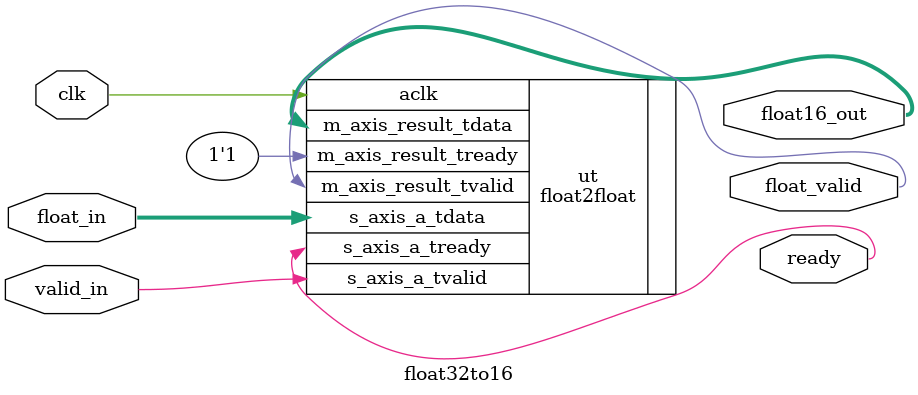
<source format=v>
`timescale 1ns / 1ps


module float32to16(
         input  wire        clk,
         input  wire        valid_in,
         input  wire [31:0] float_in,
         output wire [15:0] float16_out,
         output wire        float_valid,
         output wire        ready
    );
    
    
    float2float ut(
          .aclk(clk),
          .s_axis_a_tvalid(valid_in),
          .s_axis_a_tready(ready),
          .s_axis_a_tdata(float_in),
          .m_axis_result_tvalid(float_valid),
          .m_axis_result_tready(1'b1),
          .m_axis_result_tdata(float16_out)
    );
endmodule

</source>
